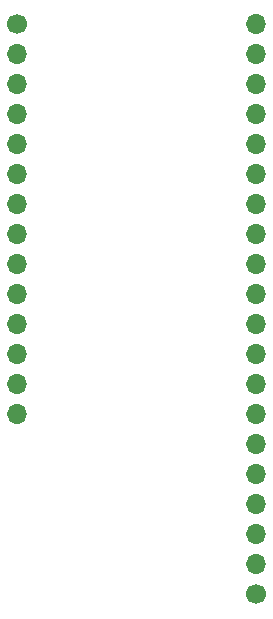
<source format=gbr>
%TF.GenerationSoftware,KiCad,Pcbnew,7.0.1*%
%TF.CreationDate,2023-04-17T09:27:04+12:00*%
%TF.ProjectId,MCT8329A-breakout,4d435438-3332-4394-912d-627265616b6f,1.0*%
%TF.SameCoordinates,Original*%
%TF.FileFunction,Soldermask,Bot*%
%TF.FilePolarity,Negative*%
%FSLAX46Y46*%
G04 Gerber Fmt 4.6, Leading zero omitted, Abs format (unit mm)*
G04 Created by KiCad (PCBNEW 7.0.1) date 2023-04-17 09:27:04*
%MOMM*%
%LPD*%
G01*
G04 APERTURE LIST*
%ADD10C,1.700000*%
%ADD11O,1.700000X1.700000*%
G04 APERTURE END LIST*
D10*
%TO.C,J2*%
X152835000Y-108335000D03*
D11*
X152835000Y-105795000D03*
X152835000Y-103255000D03*
X152835000Y-100715000D03*
X152835000Y-98175000D03*
X152835000Y-95635000D03*
X152835000Y-93095000D03*
X152835000Y-90555000D03*
X152835000Y-88015000D03*
X152835000Y-85475000D03*
X152835000Y-82935000D03*
X152835000Y-80395000D03*
X152835000Y-77855000D03*
X152835000Y-75315000D03*
X152835000Y-72775000D03*
X152835000Y-70235000D03*
X152835000Y-67695000D03*
X152835000Y-65155000D03*
X152835000Y-62615000D03*
X152835000Y-60075000D03*
%TD*%
D10*
%TO.C,J1*%
X132545000Y-60085000D03*
D11*
X132545000Y-62625000D03*
X132545000Y-65165000D03*
X132545000Y-67705000D03*
X132545000Y-70245000D03*
X132545000Y-72785000D03*
X132545000Y-75325000D03*
X132545000Y-77865000D03*
X132545000Y-80405000D03*
X132545000Y-82945000D03*
X132545000Y-85485000D03*
X132545000Y-88025000D03*
X132545000Y-90565000D03*
X132545000Y-93105000D03*
%TD*%
M02*

</source>
